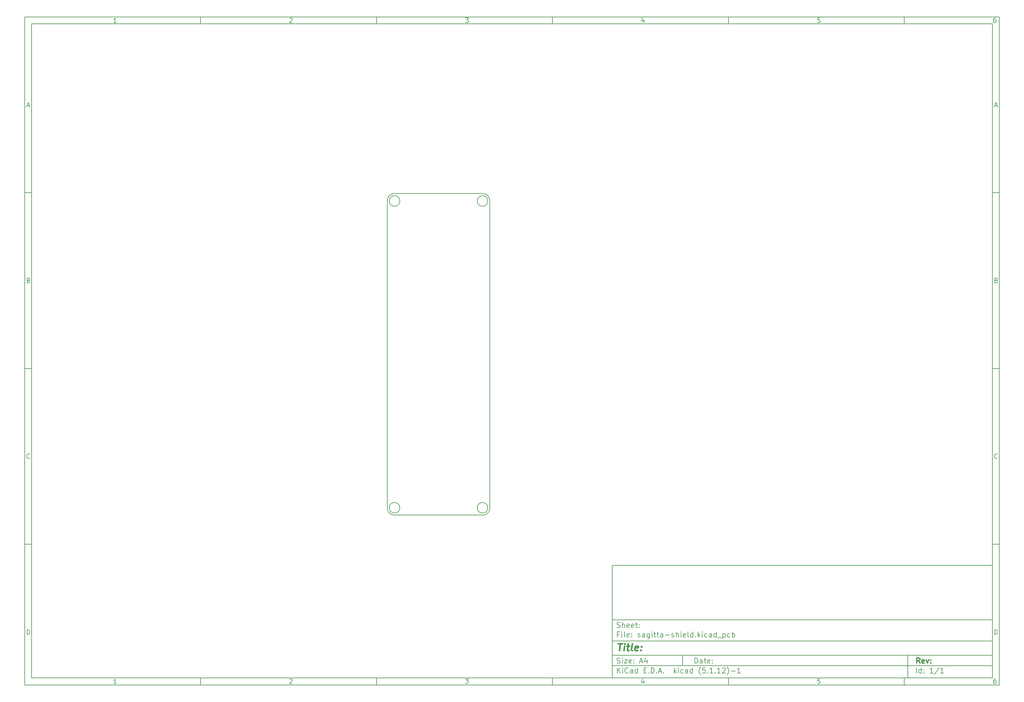
<source format=gbr>
G04 #@! TF.GenerationSoftware,KiCad,Pcbnew,(5.1.12)-1*
G04 #@! TF.CreationDate,2021-12-15T05:31:51+03:00*
G04 #@! TF.ProjectId,sagitta-shield,73616769-7474-4612-9d73-6869656c642e,rev?*
G04 #@! TF.SameCoordinates,Original*
G04 #@! TF.FileFunction,Other,User*
%FSLAX46Y46*%
G04 Gerber Fmt 4.6, Leading zero omitted, Abs format (unit mm)*
G04 Created by KiCad (PCBNEW (5.1.12)-1) date 2021-12-15 05:31:51*
%MOMM*%
%LPD*%
G01*
G04 APERTURE LIST*
%ADD10C,0.100000*%
%ADD11C,0.150000*%
%ADD12C,0.300000*%
%ADD13C,0.400000*%
%ADD14C,0.200000*%
G04 APERTURE END LIST*
D10*
D11*
X177002200Y-166007200D02*
X177002200Y-198007200D01*
X285002200Y-198007200D01*
X285002200Y-166007200D01*
X177002200Y-166007200D01*
D10*
D11*
X10000000Y-10000000D02*
X10000000Y-200007200D01*
X287002200Y-200007200D01*
X287002200Y-10000000D01*
X10000000Y-10000000D01*
D10*
D11*
X12000000Y-12000000D02*
X12000000Y-198007200D01*
X285002200Y-198007200D01*
X285002200Y-12000000D01*
X12000000Y-12000000D01*
D10*
D11*
X60000000Y-12000000D02*
X60000000Y-10000000D01*
D10*
D11*
X110000000Y-12000000D02*
X110000000Y-10000000D01*
D10*
D11*
X160000000Y-12000000D02*
X160000000Y-10000000D01*
D10*
D11*
X210000000Y-12000000D02*
X210000000Y-10000000D01*
D10*
D11*
X260000000Y-12000000D02*
X260000000Y-10000000D01*
D10*
D11*
X36065476Y-11588095D02*
X35322619Y-11588095D01*
X35694047Y-11588095D02*
X35694047Y-10288095D01*
X35570238Y-10473809D01*
X35446428Y-10597619D01*
X35322619Y-10659523D01*
D10*
D11*
X85322619Y-10411904D02*
X85384523Y-10350000D01*
X85508333Y-10288095D01*
X85817857Y-10288095D01*
X85941666Y-10350000D01*
X86003571Y-10411904D01*
X86065476Y-10535714D01*
X86065476Y-10659523D01*
X86003571Y-10845238D01*
X85260714Y-11588095D01*
X86065476Y-11588095D01*
D10*
D11*
X135260714Y-10288095D02*
X136065476Y-10288095D01*
X135632142Y-10783333D01*
X135817857Y-10783333D01*
X135941666Y-10845238D01*
X136003571Y-10907142D01*
X136065476Y-11030952D01*
X136065476Y-11340476D01*
X136003571Y-11464285D01*
X135941666Y-11526190D01*
X135817857Y-11588095D01*
X135446428Y-11588095D01*
X135322619Y-11526190D01*
X135260714Y-11464285D01*
D10*
D11*
X185941666Y-10721428D02*
X185941666Y-11588095D01*
X185632142Y-10226190D02*
X185322619Y-11154761D01*
X186127380Y-11154761D01*
D10*
D11*
X236003571Y-10288095D02*
X235384523Y-10288095D01*
X235322619Y-10907142D01*
X235384523Y-10845238D01*
X235508333Y-10783333D01*
X235817857Y-10783333D01*
X235941666Y-10845238D01*
X236003571Y-10907142D01*
X236065476Y-11030952D01*
X236065476Y-11340476D01*
X236003571Y-11464285D01*
X235941666Y-11526190D01*
X235817857Y-11588095D01*
X235508333Y-11588095D01*
X235384523Y-11526190D01*
X235322619Y-11464285D01*
D10*
D11*
X285941666Y-10288095D02*
X285694047Y-10288095D01*
X285570238Y-10350000D01*
X285508333Y-10411904D01*
X285384523Y-10597619D01*
X285322619Y-10845238D01*
X285322619Y-11340476D01*
X285384523Y-11464285D01*
X285446428Y-11526190D01*
X285570238Y-11588095D01*
X285817857Y-11588095D01*
X285941666Y-11526190D01*
X286003571Y-11464285D01*
X286065476Y-11340476D01*
X286065476Y-11030952D01*
X286003571Y-10907142D01*
X285941666Y-10845238D01*
X285817857Y-10783333D01*
X285570238Y-10783333D01*
X285446428Y-10845238D01*
X285384523Y-10907142D01*
X285322619Y-11030952D01*
D10*
D11*
X60000000Y-198007200D02*
X60000000Y-200007200D01*
D10*
D11*
X110000000Y-198007200D02*
X110000000Y-200007200D01*
D10*
D11*
X160000000Y-198007200D02*
X160000000Y-200007200D01*
D10*
D11*
X210000000Y-198007200D02*
X210000000Y-200007200D01*
D10*
D11*
X260000000Y-198007200D02*
X260000000Y-200007200D01*
D10*
D11*
X36065476Y-199595295D02*
X35322619Y-199595295D01*
X35694047Y-199595295D02*
X35694047Y-198295295D01*
X35570238Y-198481009D01*
X35446428Y-198604819D01*
X35322619Y-198666723D01*
D10*
D11*
X85322619Y-198419104D02*
X85384523Y-198357200D01*
X85508333Y-198295295D01*
X85817857Y-198295295D01*
X85941666Y-198357200D01*
X86003571Y-198419104D01*
X86065476Y-198542914D01*
X86065476Y-198666723D01*
X86003571Y-198852438D01*
X85260714Y-199595295D01*
X86065476Y-199595295D01*
D10*
D11*
X135260714Y-198295295D02*
X136065476Y-198295295D01*
X135632142Y-198790533D01*
X135817857Y-198790533D01*
X135941666Y-198852438D01*
X136003571Y-198914342D01*
X136065476Y-199038152D01*
X136065476Y-199347676D01*
X136003571Y-199471485D01*
X135941666Y-199533390D01*
X135817857Y-199595295D01*
X135446428Y-199595295D01*
X135322619Y-199533390D01*
X135260714Y-199471485D01*
D10*
D11*
X185941666Y-198728628D02*
X185941666Y-199595295D01*
X185632142Y-198233390D02*
X185322619Y-199161961D01*
X186127380Y-199161961D01*
D10*
D11*
X236003571Y-198295295D02*
X235384523Y-198295295D01*
X235322619Y-198914342D01*
X235384523Y-198852438D01*
X235508333Y-198790533D01*
X235817857Y-198790533D01*
X235941666Y-198852438D01*
X236003571Y-198914342D01*
X236065476Y-199038152D01*
X236065476Y-199347676D01*
X236003571Y-199471485D01*
X235941666Y-199533390D01*
X235817857Y-199595295D01*
X235508333Y-199595295D01*
X235384523Y-199533390D01*
X235322619Y-199471485D01*
D10*
D11*
X285941666Y-198295295D02*
X285694047Y-198295295D01*
X285570238Y-198357200D01*
X285508333Y-198419104D01*
X285384523Y-198604819D01*
X285322619Y-198852438D01*
X285322619Y-199347676D01*
X285384523Y-199471485D01*
X285446428Y-199533390D01*
X285570238Y-199595295D01*
X285817857Y-199595295D01*
X285941666Y-199533390D01*
X286003571Y-199471485D01*
X286065476Y-199347676D01*
X286065476Y-199038152D01*
X286003571Y-198914342D01*
X285941666Y-198852438D01*
X285817857Y-198790533D01*
X285570238Y-198790533D01*
X285446428Y-198852438D01*
X285384523Y-198914342D01*
X285322619Y-199038152D01*
D10*
D11*
X10000000Y-60000000D02*
X12000000Y-60000000D01*
D10*
D11*
X10000000Y-110000000D02*
X12000000Y-110000000D01*
D10*
D11*
X10000000Y-160000000D02*
X12000000Y-160000000D01*
D10*
D11*
X10690476Y-35216666D02*
X11309523Y-35216666D01*
X10566666Y-35588095D02*
X11000000Y-34288095D01*
X11433333Y-35588095D01*
D10*
D11*
X11092857Y-84907142D02*
X11278571Y-84969047D01*
X11340476Y-85030952D01*
X11402380Y-85154761D01*
X11402380Y-85340476D01*
X11340476Y-85464285D01*
X11278571Y-85526190D01*
X11154761Y-85588095D01*
X10659523Y-85588095D01*
X10659523Y-84288095D01*
X11092857Y-84288095D01*
X11216666Y-84350000D01*
X11278571Y-84411904D01*
X11340476Y-84535714D01*
X11340476Y-84659523D01*
X11278571Y-84783333D01*
X11216666Y-84845238D01*
X11092857Y-84907142D01*
X10659523Y-84907142D01*
D10*
D11*
X11402380Y-135464285D02*
X11340476Y-135526190D01*
X11154761Y-135588095D01*
X11030952Y-135588095D01*
X10845238Y-135526190D01*
X10721428Y-135402380D01*
X10659523Y-135278571D01*
X10597619Y-135030952D01*
X10597619Y-134845238D01*
X10659523Y-134597619D01*
X10721428Y-134473809D01*
X10845238Y-134350000D01*
X11030952Y-134288095D01*
X11154761Y-134288095D01*
X11340476Y-134350000D01*
X11402380Y-134411904D01*
D10*
D11*
X10659523Y-185588095D02*
X10659523Y-184288095D01*
X10969047Y-184288095D01*
X11154761Y-184350000D01*
X11278571Y-184473809D01*
X11340476Y-184597619D01*
X11402380Y-184845238D01*
X11402380Y-185030952D01*
X11340476Y-185278571D01*
X11278571Y-185402380D01*
X11154761Y-185526190D01*
X10969047Y-185588095D01*
X10659523Y-185588095D01*
D10*
D11*
X287002200Y-60000000D02*
X285002200Y-60000000D01*
D10*
D11*
X287002200Y-110000000D02*
X285002200Y-110000000D01*
D10*
D11*
X287002200Y-160000000D02*
X285002200Y-160000000D01*
D10*
D11*
X285692676Y-35216666D02*
X286311723Y-35216666D01*
X285568866Y-35588095D02*
X286002200Y-34288095D01*
X286435533Y-35588095D01*
D10*
D11*
X286095057Y-84907142D02*
X286280771Y-84969047D01*
X286342676Y-85030952D01*
X286404580Y-85154761D01*
X286404580Y-85340476D01*
X286342676Y-85464285D01*
X286280771Y-85526190D01*
X286156961Y-85588095D01*
X285661723Y-85588095D01*
X285661723Y-84288095D01*
X286095057Y-84288095D01*
X286218866Y-84350000D01*
X286280771Y-84411904D01*
X286342676Y-84535714D01*
X286342676Y-84659523D01*
X286280771Y-84783333D01*
X286218866Y-84845238D01*
X286095057Y-84907142D01*
X285661723Y-84907142D01*
D10*
D11*
X286404580Y-135464285D02*
X286342676Y-135526190D01*
X286156961Y-135588095D01*
X286033152Y-135588095D01*
X285847438Y-135526190D01*
X285723628Y-135402380D01*
X285661723Y-135278571D01*
X285599819Y-135030952D01*
X285599819Y-134845238D01*
X285661723Y-134597619D01*
X285723628Y-134473809D01*
X285847438Y-134350000D01*
X286033152Y-134288095D01*
X286156961Y-134288095D01*
X286342676Y-134350000D01*
X286404580Y-134411904D01*
D10*
D11*
X285661723Y-185588095D02*
X285661723Y-184288095D01*
X285971247Y-184288095D01*
X286156961Y-184350000D01*
X286280771Y-184473809D01*
X286342676Y-184597619D01*
X286404580Y-184845238D01*
X286404580Y-185030952D01*
X286342676Y-185278571D01*
X286280771Y-185402380D01*
X286156961Y-185526190D01*
X285971247Y-185588095D01*
X285661723Y-185588095D01*
D10*
D11*
X200434342Y-193785771D02*
X200434342Y-192285771D01*
X200791485Y-192285771D01*
X201005771Y-192357200D01*
X201148628Y-192500057D01*
X201220057Y-192642914D01*
X201291485Y-192928628D01*
X201291485Y-193142914D01*
X201220057Y-193428628D01*
X201148628Y-193571485D01*
X201005771Y-193714342D01*
X200791485Y-193785771D01*
X200434342Y-193785771D01*
X202577200Y-193785771D02*
X202577200Y-193000057D01*
X202505771Y-192857200D01*
X202362914Y-192785771D01*
X202077200Y-192785771D01*
X201934342Y-192857200D01*
X202577200Y-193714342D02*
X202434342Y-193785771D01*
X202077200Y-193785771D01*
X201934342Y-193714342D01*
X201862914Y-193571485D01*
X201862914Y-193428628D01*
X201934342Y-193285771D01*
X202077200Y-193214342D01*
X202434342Y-193214342D01*
X202577200Y-193142914D01*
X203077200Y-192785771D02*
X203648628Y-192785771D01*
X203291485Y-192285771D02*
X203291485Y-193571485D01*
X203362914Y-193714342D01*
X203505771Y-193785771D01*
X203648628Y-193785771D01*
X204720057Y-193714342D02*
X204577200Y-193785771D01*
X204291485Y-193785771D01*
X204148628Y-193714342D01*
X204077200Y-193571485D01*
X204077200Y-193000057D01*
X204148628Y-192857200D01*
X204291485Y-192785771D01*
X204577200Y-192785771D01*
X204720057Y-192857200D01*
X204791485Y-193000057D01*
X204791485Y-193142914D01*
X204077200Y-193285771D01*
X205434342Y-193642914D02*
X205505771Y-193714342D01*
X205434342Y-193785771D01*
X205362914Y-193714342D01*
X205434342Y-193642914D01*
X205434342Y-193785771D01*
X205434342Y-192857200D02*
X205505771Y-192928628D01*
X205434342Y-193000057D01*
X205362914Y-192928628D01*
X205434342Y-192857200D01*
X205434342Y-193000057D01*
D10*
D11*
X177002200Y-194507200D02*
X285002200Y-194507200D01*
D10*
D11*
X178434342Y-196585771D02*
X178434342Y-195085771D01*
X179291485Y-196585771D02*
X178648628Y-195728628D01*
X179291485Y-195085771D02*
X178434342Y-195942914D01*
X179934342Y-196585771D02*
X179934342Y-195585771D01*
X179934342Y-195085771D02*
X179862914Y-195157200D01*
X179934342Y-195228628D01*
X180005771Y-195157200D01*
X179934342Y-195085771D01*
X179934342Y-195228628D01*
X181505771Y-196442914D02*
X181434342Y-196514342D01*
X181220057Y-196585771D01*
X181077200Y-196585771D01*
X180862914Y-196514342D01*
X180720057Y-196371485D01*
X180648628Y-196228628D01*
X180577200Y-195942914D01*
X180577200Y-195728628D01*
X180648628Y-195442914D01*
X180720057Y-195300057D01*
X180862914Y-195157200D01*
X181077200Y-195085771D01*
X181220057Y-195085771D01*
X181434342Y-195157200D01*
X181505771Y-195228628D01*
X182791485Y-196585771D02*
X182791485Y-195800057D01*
X182720057Y-195657200D01*
X182577200Y-195585771D01*
X182291485Y-195585771D01*
X182148628Y-195657200D01*
X182791485Y-196514342D02*
X182648628Y-196585771D01*
X182291485Y-196585771D01*
X182148628Y-196514342D01*
X182077200Y-196371485D01*
X182077200Y-196228628D01*
X182148628Y-196085771D01*
X182291485Y-196014342D01*
X182648628Y-196014342D01*
X182791485Y-195942914D01*
X184148628Y-196585771D02*
X184148628Y-195085771D01*
X184148628Y-196514342D02*
X184005771Y-196585771D01*
X183720057Y-196585771D01*
X183577200Y-196514342D01*
X183505771Y-196442914D01*
X183434342Y-196300057D01*
X183434342Y-195871485D01*
X183505771Y-195728628D01*
X183577200Y-195657200D01*
X183720057Y-195585771D01*
X184005771Y-195585771D01*
X184148628Y-195657200D01*
X186005771Y-195800057D02*
X186505771Y-195800057D01*
X186720057Y-196585771D02*
X186005771Y-196585771D01*
X186005771Y-195085771D01*
X186720057Y-195085771D01*
X187362914Y-196442914D02*
X187434342Y-196514342D01*
X187362914Y-196585771D01*
X187291485Y-196514342D01*
X187362914Y-196442914D01*
X187362914Y-196585771D01*
X188077200Y-196585771D02*
X188077200Y-195085771D01*
X188434342Y-195085771D01*
X188648628Y-195157200D01*
X188791485Y-195300057D01*
X188862914Y-195442914D01*
X188934342Y-195728628D01*
X188934342Y-195942914D01*
X188862914Y-196228628D01*
X188791485Y-196371485D01*
X188648628Y-196514342D01*
X188434342Y-196585771D01*
X188077200Y-196585771D01*
X189577200Y-196442914D02*
X189648628Y-196514342D01*
X189577200Y-196585771D01*
X189505771Y-196514342D01*
X189577200Y-196442914D01*
X189577200Y-196585771D01*
X190220057Y-196157200D02*
X190934342Y-196157200D01*
X190077200Y-196585771D02*
X190577200Y-195085771D01*
X191077200Y-196585771D01*
X191577200Y-196442914D02*
X191648628Y-196514342D01*
X191577200Y-196585771D01*
X191505771Y-196514342D01*
X191577200Y-196442914D01*
X191577200Y-196585771D01*
X194577200Y-196585771D02*
X194577200Y-195085771D01*
X194720057Y-196014342D02*
X195148628Y-196585771D01*
X195148628Y-195585771D02*
X194577200Y-196157200D01*
X195791485Y-196585771D02*
X195791485Y-195585771D01*
X195791485Y-195085771D02*
X195720057Y-195157200D01*
X195791485Y-195228628D01*
X195862914Y-195157200D01*
X195791485Y-195085771D01*
X195791485Y-195228628D01*
X197148628Y-196514342D02*
X197005771Y-196585771D01*
X196720057Y-196585771D01*
X196577200Y-196514342D01*
X196505771Y-196442914D01*
X196434342Y-196300057D01*
X196434342Y-195871485D01*
X196505771Y-195728628D01*
X196577200Y-195657200D01*
X196720057Y-195585771D01*
X197005771Y-195585771D01*
X197148628Y-195657200D01*
X198434342Y-196585771D02*
X198434342Y-195800057D01*
X198362914Y-195657200D01*
X198220057Y-195585771D01*
X197934342Y-195585771D01*
X197791485Y-195657200D01*
X198434342Y-196514342D02*
X198291485Y-196585771D01*
X197934342Y-196585771D01*
X197791485Y-196514342D01*
X197720057Y-196371485D01*
X197720057Y-196228628D01*
X197791485Y-196085771D01*
X197934342Y-196014342D01*
X198291485Y-196014342D01*
X198434342Y-195942914D01*
X199791485Y-196585771D02*
X199791485Y-195085771D01*
X199791485Y-196514342D02*
X199648628Y-196585771D01*
X199362914Y-196585771D01*
X199220057Y-196514342D01*
X199148628Y-196442914D01*
X199077200Y-196300057D01*
X199077200Y-195871485D01*
X199148628Y-195728628D01*
X199220057Y-195657200D01*
X199362914Y-195585771D01*
X199648628Y-195585771D01*
X199791485Y-195657200D01*
X202077200Y-197157200D02*
X202005771Y-197085771D01*
X201862914Y-196871485D01*
X201791485Y-196728628D01*
X201720057Y-196514342D01*
X201648628Y-196157200D01*
X201648628Y-195871485D01*
X201720057Y-195514342D01*
X201791485Y-195300057D01*
X201862914Y-195157200D01*
X202005771Y-194942914D01*
X202077200Y-194871485D01*
X203362914Y-195085771D02*
X202648628Y-195085771D01*
X202577200Y-195800057D01*
X202648628Y-195728628D01*
X202791485Y-195657200D01*
X203148628Y-195657200D01*
X203291485Y-195728628D01*
X203362914Y-195800057D01*
X203434342Y-195942914D01*
X203434342Y-196300057D01*
X203362914Y-196442914D01*
X203291485Y-196514342D01*
X203148628Y-196585771D01*
X202791485Y-196585771D01*
X202648628Y-196514342D01*
X202577200Y-196442914D01*
X204077200Y-196442914D02*
X204148628Y-196514342D01*
X204077200Y-196585771D01*
X204005771Y-196514342D01*
X204077200Y-196442914D01*
X204077200Y-196585771D01*
X205577200Y-196585771D02*
X204720057Y-196585771D01*
X205148628Y-196585771D02*
X205148628Y-195085771D01*
X205005771Y-195300057D01*
X204862914Y-195442914D01*
X204720057Y-195514342D01*
X206220057Y-196442914D02*
X206291485Y-196514342D01*
X206220057Y-196585771D01*
X206148628Y-196514342D01*
X206220057Y-196442914D01*
X206220057Y-196585771D01*
X207720057Y-196585771D02*
X206862914Y-196585771D01*
X207291485Y-196585771D02*
X207291485Y-195085771D01*
X207148628Y-195300057D01*
X207005771Y-195442914D01*
X206862914Y-195514342D01*
X208291485Y-195228628D02*
X208362914Y-195157200D01*
X208505771Y-195085771D01*
X208862914Y-195085771D01*
X209005771Y-195157200D01*
X209077200Y-195228628D01*
X209148628Y-195371485D01*
X209148628Y-195514342D01*
X209077200Y-195728628D01*
X208220057Y-196585771D01*
X209148628Y-196585771D01*
X209648628Y-197157200D02*
X209720057Y-197085771D01*
X209862914Y-196871485D01*
X209934342Y-196728628D01*
X210005771Y-196514342D01*
X210077200Y-196157200D01*
X210077200Y-195871485D01*
X210005771Y-195514342D01*
X209934342Y-195300057D01*
X209862914Y-195157200D01*
X209720057Y-194942914D01*
X209648628Y-194871485D01*
X210791485Y-196014342D02*
X211934342Y-196014342D01*
X213434342Y-196585771D02*
X212577200Y-196585771D01*
X213005771Y-196585771D02*
X213005771Y-195085771D01*
X212862914Y-195300057D01*
X212720057Y-195442914D01*
X212577200Y-195514342D01*
D10*
D11*
X177002200Y-191507200D02*
X285002200Y-191507200D01*
D10*
D12*
X264411485Y-193785771D02*
X263911485Y-193071485D01*
X263554342Y-193785771D02*
X263554342Y-192285771D01*
X264125771Y-192285771D01*
X264268628Y-192357200D01*
X264340057Y-192428628D01*
X264411485Y-192571485D01*
X264411485Y-192785771D01*
X264340057Y-192928628D01*
X264268628Y-193000057D01*
X264125771Y-193071485D01*
X263554342Y-193071485D01*
X265625771Y-193714342D02*
X265482914Y-193785771D01*
X265197200Y-193785771D01*
X265054342Y-193714342D01*
X264982914Y-193571485D01*
X264982914Y-193000057D01*
X265054342Y-192857200D01*
X265197200Y-192785771D01*
X265482914Y-192785771D01*
X265625771Y-192857200D01*
X265697200Y-193000057D01*
X265697200Y-193142914D01*
X264982914Y-193285771D01*
X266197200Y-192785771D02*
X266554342Y-193785771D01*
X266911485Y-192785771D01*
X267482914Y-193642914D02*
X267554342Y-193714342D01*
X267482914Y-193785771D01*
X267411485Y-193714342D01*
X267482914Y-193642914D01*
X267482914Y-193785771D01*
X267482914Y-192857200D02*
X267554342Y-192928628D01*
X267482914Y-193000057D01*
X267411485Y-192928628D01*
X267482914Y-192857200D01*
X267482914Y-193000057D01*
D10*
D11*
X178362914Y-193714342D02*
X178577200Y-193785771D01*
X178934342Y-193785771D01*
X179077200Y-193714342D01*
X179148628Y-193642914D01*
X179220057Y-193500057D01*
X179220057Y-193357200D01*
X179148628Y-193214342D01*
X179077200Y-193142914D01*
X178934342Y-193071485D01*
X178648628Y-193000057D01*
X178505771Y-192928628D01*
X178434342Y-192857200D01*
X178362914Y-192714342D01*
X178362914Y-192571485D01*
X178434342Y-192428628D01*
X178505771Y-192357200D01*
X178648628Y-192285771D01*
X179005771Y-192285771D01*
X179220057Y-192357200D01*
X179862914Y-193785771D02*
X179862914Y-192785771D01*
X179862914Y-192285771D02*
X179791485Y-192357200D01*
X179862914Y-192428628D01*
X179934342Y-192357200D01*
X179862914Y-192285771D01*
X179862914Y-192428628D01*
X180434342Y-192785771D02*
X181220057Y-192785771D01*
X180434342Y-193785771D01*
X181220057Y-193785771D01*
X182362914Y-193714342D02*
X182220057Y-193785771D01*
X181934342Y-193785771D01*
X181791485Y-193714342D01*
X181720057Y-193571485D01*
X181720057Y-193000057D01*
X181791485Y-192857200D01*
X181934342Y-192785771D01*
X182220057Y-192785771D01*
X182362914Y-192857200D01*
X182434342Y-193000057D01*
X182434342Y-193142914D01*
X181720057Y-193285771D01*
X183077200Y-193642914D02*
X183148628Y-193714342D01*
X183077200Y-193785771D01*
X183005771Y-193714342D01*
X183077200Y-193642914D01*
X183077200Y-193785771D01*
X183077200Y-192857200D02*
X183148628Y-192928628D01*
X183077200Y-193000057D01*
X183005771Y-192928628D01*
X183077200Y-192857200D01*
X183077200Y-193000057D01*
X184862914Y-193357200D02*
X185577200Y-193357200D01*
X184720057Y-193785771D02*
X185220057Y-192285771D01*
X185720057Y-193785771D01*
X186862914Y-192785771D02*
X186862914Y-193785771D01*
X186505771Y-192214342D02*
X186148628Y-193285771D01*
X187077200Y-193285771D01*
D10*
D11*
X263434342Y-196585771D02*
X263434342Y-195085771D01*
X264791485Y-196585771D02*
X264791485Y-195085771D01*
X264791485Y-196514342D02*
X264648628Y-196585771D01*
X264362914Y-196585771D01*
X264220057Y-196514342D01*
X264148628Y-196442914D01*
X264077200Y-196300057D01*
X264077200Y-195871485D01*
X264148628Y-195728628D01*
X264220057Y-195657200D01*
X264362914Y-195585771D01*
X264648628Y-195585771D01*
X264791485Y-195657200D01*
X265505771Y-196442914D02*
X265577200Y-196514342D01*
X265505771Y-196585771D01*
X265434342Y-196514342D01*
X265505771Y-196442914D01*
X265505771Y-196585771D01*
X265505771Y-195657200D02*
X265577200Y-195728628D01*
X265505771Y-195800057D01*
X265434342Y-195728628D01*
X265505771Y-195657200D01*
X265505771Y-195800057D01*
X268148628Y-196585771D02*
X267291485Y-196585771D01*
X267720057Y-196585771D02*
X267720057Y-195085771D01*
X267577200Y-195300057D01*
X267434342Y-195442914D01*
X267291485Y-195514342D01*
X269862914Y-195014342D02*
X268577200Y-196942914D01*
X271148628Y-196585771D02*
X270291485Y-196585771D01*
X270720057Y-196585771D02*
X270720057Y-195085771D01*
X270577200Y-195300057D01*
X270434342Y-195442914D01*
X270291485Y-195514342D01*
D10*
D11*
X177002200Y-187507200D02*
X285002200Y-187507200D01*
D10*
D13*
X178714580Y-188211961D02*
X179857438Y-188211961D01*
X179036009Y-190211961D02*
X179286009Y-188211961D01*
X180274104Y-190211961D02*
X180440771Y-188878628D01*
X180524104Y-188211961D02*
X180416961Y-188307200D01*
X180500295Y-188402438D01*
X180607438Y-188307200D01*
X180524104Y-188211961D01*
X180500295Y-188402438D01*
X181107438Y-188878628D02*
X181869342Y-188878628D01*
X181476485Y-188211961D02*
X181262200Y-189926247D01*
X181333628Y-190116723D01*
X181512200Y-190211961D01*
X181702676Y-190211961D01*
X182655057Y-190211961D02*
X182476485Y-190116723D01*
X182405057Y-189926247D01*
X182619342Y-188211961D01*
X184190771Y-190116723D02*
X183988390Y-190211961D01*
X183607438Y-190211961D01*
X183428866Y-190116723D01*
X183357438Y-189926247D01*
X183452676Y-189164342D01*
X183571723Y-188973866D01*
X183774104Y-188878628D01*
X184155057Y-188878628D01*
X184333628Y-188973866D01*
X184405057Y-189164342D01*
X184381247Y-189354819D01*
X183405057Y-189545295D01*
X185155057Y-190021485D02*
X185238390Y-190116723D01*
X185131247Y-190211961D01*
X185047914Y-190116723D01*
X185155057Y-190021485D01*
X185131247Y-190211961D01*
X185286009Y-188973866D02*
X185369342Y-189069104D01*
X185262200Y-189164342D01*
X185178866Y-189069104D01*
X185286009Y-188973866D01*
X185262200Y-189164342D01*
D10*
D11*
X178934342Y-185600057D02*
X178434342Y-185600057D01*
X178434342Y-186385771D02*
X178434342Y-184885771D01*
X179148628Y-184885771D01*
X179720057Y-186385771D02*
X179720057Y-185385771D01*
X179720057Y-184885771D02*
X179648628Y-184957200D01*
X179720057Y-185028628D01*
X179791485Y-184957200D01*
X179720057Y-184885771D01*
X179720057Y-185028628D01*
X180648628Y-186385771D02*
X180505771Y-186314342D01*
X180434342Y-186171485D01*
X180434342Y-184885771D01*
X181791485Y-186314342D02*
X181648628Y-186385771D01*
X181362914Y-186385771D01*
X181220057Y-186314342D01*
X181148628Y-186171485D01*
X181148628Y-185600057D01*
X181220057Y-185457200D01*
X181362914Y-185385771D01*
X181648628Y-185385771D01*
X181791485Y-185457200D01*
X181862914Y-185600057D01*
X181862914Y-185742914D01*
X181148628Y-185885771D01*
X182505771Y-186242914D02*
X182577200Y-186314342D01*
X182505771Y-186385771D01*
X182434342Y-186314342D01*
X182505771Y-186242914D01*
X182505771Y-186385771D01*
X182505771Y-185457200D02*
X182577200Y-185528628D01*
X182505771Y-185600057D01*
X182434342Y-185528628D01*
X182505771Y-185457200D01*
X182505771Y-185600057D01*
X184291485Y-186314342D02*
X184434342Y-186385771D01*
X184720057Y-186385771D01*
X184862914Y-186314342D01*
X184934342Y-186171485D01*
X184934342Y-186100057D01*
X184862914Y-185957200D01*
X184720057Y-185885771D01*
X184505771Y-185885771D01*
X184362914Y-185814342D01*
X184291485Y-185671485D01*
X184291485Y-185600057D01*
X184362914Y-185457200D01*
X184505771Y-185385771D01*
X184720057Y-185385771D01*
X184862914Y-185457200D01*
X186220057Y-186385771D02*
X186220057Y-185600057D01*
X186148628Y-185457200D01*
X186005771Y-185385771D01*
X185720057Y-185385771D01*
X185577200Y-185457200D01*
X186220057Y-186314342D02*
X186077200Y-186385771D01*
X185720057Y-186385771D01*
X185577200Y-186314342D01*
X185505771Y-186171485D01*
X185505771Y-186028628D01*
X185577200Y-185885771D01*
X185720057Y-185814342D01*
X186077200Y-185814342D01*
X186220057Y-185742914D01*
X187577200Y-185385771D02*
X187577200Y-186600057D01*
X187505771Y-186742914D01*
X187434342Y-186814342D01*
X187291485Y-186885771D01*
X187077200Y-186885771D01*
X186934342Y-186814342D01*
X187577200Y-186314342D02*
X187434342Y-186385771D01*
X187148628Y-186385771D01*
X187005771Y-186314342D01*
X186934342Y-186242914D01*
X186862914Y-186100057D01*
X186862914Y-185671485D01*
X186934342Y-185528628D01*
X187005771Y-185457200D01*
X187148628Y-185385771D01*
X187434342Y-185385771D01*
X187577200Y-185457200D01*
X188291485Y-186385771D02*
X188291485Y-185385771D01*
X188291485Y-184885771D02*
X188220057Y-184957200D01*
X188291485Y-185028628D01*
X188362914Y-184957200D01*
X188291485Y-184885771D01*
X188291485Y-185028628D01*
X188791485Y-185385771D02*
X189362914Y-185385771D01*
X189005771Y-184885771D02*
X189005771Y-186171485D01*
X189077200Y-186314342D01*
X189220057Y-186385771D01*
X189362914Y-186385771D01*
X189648628Y-185385771D02*
X190220057Y-185385771D01*
X189862914Y-184885771D02*
X189862914Y-186171485D01*
X189934342Y-186314342D01*
X190077200Y-186385771D01*
X190220057Y-186385771D01*
X191362914Y-186385771D02*
X191362914Y-185600057D01*
X191291485Y-185457200D01*
X191148628Y-185385771D01*
X190862914Y-185385771D01*
X190720057Y-185457200D01*
X191362914Y-186314342D02*
X191220057Y-186385771D01*
X190862914Y-186385771D01*
X190720057Y-186314342D01*
X190648628Y-186171485D01*
X190648628Y-186028628D01*
X190720057Y-185885771D01*
X190862914Y-185814342D01*
X191220057Y-185814342D01*
X191362914Y-185742914D01*
X192077200Y-185814342D02*
X193220057Y-185814342D01*
X193862914Y-186314342D02*
X194005771Y-186385771D01*
X194291485Y-186385771D01*
X194434342Y-186314342D01*
X194505771Y-186171485D01*
X194505771Y-186100057D01*
X194434342Y-185957200D01*
X194291485Y-185885771D01*
X194077200Y-185885771D01*
X193934342Y-185814342D01*
X193862914Y-185671485D01*
X193862914Y-185600057D01*
X193934342Y-185457200D01*
X194077200Y-185385771D01*
X194291485Y-185385771D01*
X194434342Y-185457200D01*
X195148628Y-186385771D02*
X195148628Y-184885771D01*
X195791485Y-186385771D02*
X195791485Y-185600057D01*
X195720057Y-185457200D01*
X195577200Y-185385771D01*
X195362914Y-185385771D01*
X195220057Y-185457200D01*
X195148628Y-185528628D01*
X196505771Y-186385771D02*
X196505771Y-185385771D01*
X196505771Y-184885771D02*
X196434342Y-184957200D01*
X196505771Y-185028628D01*
X196577200Y-184957200D01*
X196505771Y-184885771D01*
X196505771Y-185028628D01*
X197791485Y-186314342D02*
X197648628Y-186385771D01*
X197362914Y-186385771D01*
X197220057Y-186314342D01*
X197148628Y-186171485D01*
X197148628Y-185600057D01*
X197220057Y-185457200D01*
X197362914Y-185385771D01*
X197648628Y-185385771D01*
X197791485Y-185457200D01*
X197862914Y-185600057D01*
X197862914Y-185742914D01*
X197148628Y-185885771D01*
X198720057Y-186385771D02*
X198577200Y-186314342D01*
X198505771Y-186171485D01*
X198505771Y-184885771D01*
X199934342Y-186385771D02*
X199934342Y-184885771D01*
X199934342Y-186314342D02*
X199791485Y-186385771D01*
X199505771Y-186385771D01*
X199362914Y-186314342D01*
X199291485Y-186242914D01*
X199220057Y-186100057D01*
X199220057Y-185671485D01*
X199291485Y-185528628D01*
X199362914Y-185457200D01*
X199505771Y-185385771D01*
X199791485Y-185385771D01*
X199934342Y-185457200D01*
X200648628Y-186242914D02*
X200720057Y-186314342D01*
X200648628Y-186385771D01*
X200577200Y-186314342D01*
X200648628Y-186242914D01*
X200648628Y-186385771D01*
X201362914Y-186385771D02*
X201362914Y-184885771D01*
X201505771Y-185814342D02*
X201934342Y-186385771D01*
X201934342Y-185385771D02*
X201362914Y-185957200D01*
X202577200Y-186385771D02*
X202577200Y-185385771D01*
X202577200Y-184885771D02*
X202505771Y-184957200D01*
X202577200Y-185028628D01*
X202648628Y-184957200D01*
X202577200Y-184885771D01*
X202577200Y-185028628D01*
X203934342Y-186314342D02*
X203791485Y-186385771D01*
X203505771Y-186385771D01*
X203362914Y-186314342D01*
X203291485Y-186242914D01*
X203220057Y-186100057D01*
X203220057Y-185671485D01*
X203291485Y-185528628D01*
X203362914Y-185457200D01*
X203505771Y-185385771D01*
X203791485Y-185385771D01*
X203934342Y-185457200D01*
X205220057Y-186385771D02*
X205220057Y-185600057D01*
X205148628Y-185457200D01*
X205005771Y-185385771D01*
X204720057Y-185385771D01*
X204577200Y-185457200D01*
X205220057Y-186314342D02*
X205077200Y-186385771D01*
X204720057Y-186385771D01*
X204577200Y-186314342D01*
X204505771Y-186171485D01*
X204505771Y-186028628D01*
X204577200Y-185885771D01*
X204720057Y-185814342D01*
X205077200Y-185814342D01*
X205220057Y-185742914D01*
X206577200Y-186385771D02*
X206577200Y-184885771D01*
X206577200Y-186314342D02*
X206434342Y-186385771D01*
X206148628Y-186385771D01*
X206005771Y-186314342D01*
X205934342Y-186242914D01*
X205862914Y-186100057D01*
X205862914Y-185671485D01*
X205934342Y-185528628D01*
X206005771Y-185457200D01*
X206148628Y-185385771D01*
X206434342Y-185385771D01*
X206577200Y-185457200D01*
X206934342Y-186528628D02*
X208077200Y-186528628D01*
X208434342Y-185385771D02*
X208434342Y-186885771D01*
X208434342Y-185457200D02*
X208577200Y-185385771D01*
X208862914Y-185385771D01*
X209005771Y-185457200D01*
X209077200Y-185528628D01*
X209148628Y-185671485D01*
X209148628Y-186100057D01*
X209077200Y-186242914D01*
X209005771Y-186314342D01*
X208862914Y-186385771D01*
X208577200Y-186385771D01*
X208434342Y-186314342D01*
X210434342Y-186314342D02*
X210291485Y-186385771D01*
X210005771Y-186385771D01*
X209862914Y-186314342D01*
X209791485Y-186242914D01*
X209720057Y-186100057D01*
X209720057Y-185671485D01*
X209791485Y-185528628D01*
X209862914Y-185457200D01*
X210005771Y-185385771D01*
X210291485Y-185385771D01*
X210434342Y-185457200D01*
X211077200Y-186385771D02*
X211077200Y-184885771D01*
X211077200Y-185457200D02*
X211220057Y-185385771D01*
X211505771Y-185385771D01*
X211648628Y-185457200D01*
X211720057Y-185528628D01*
X211791485Y-185671485D01*
X211791485Y-186100057D01*
X211720057Y-186242914D01*
X211648628Y-186314342D01*
X211505771Y-186385771D01*
X211220057Y-186385771D01*
X211077200Y-186314342D01*
D10*
D11*
X177002200Y-181507200D02*
X285002200Y-181507200D01*
D10*
D11*
X178362914Y-183614342D02*
X178577200Y-183685771D01*
X178934342Y-183685771D01*
X179077200Y-183614342D01*
X179148628Y-183542914D01*
X179220057Y-183400057D01*
X179220057Y-183257200D01*
X179148628Y-183114342D01*
X179077200Y-183042914D01*
X178934342Y-182971485D01*
X178648628Y-182900057D01*
X178505771Y-182828628D01*
X178434342Y-182757200D01*
X178362914Y-182614342D01*
X178362914Y-182471485D01*
X178434342Y-182328628D01*
X178505771Y-182257200D01*
X178648628Y-182185771D01*
X179005771Y-182185771D01*
X179220057Y-182257200D01*
X179862914Y-183685771D02*
X179862914Y-182185771D01*
X180505771Y-183685771D02*
X180505771Y-182900057D01*
X180434342Y-182757200D01*
X180291485Y-182685771D01*
X180077200Y-182685771D01*
X179934342Y-182757200D01*
X179862914Y-182828628D01*
X181791485Y-183614342D02*
X181648628Y-183685771D01*
X181362914Y-183685771D01*
X181220057Y-183614342D01*
X181148628Y-183471485D01*
X181148628Y-182900057D01*
X181220057Y-182757200D01*
X181362914Y-182685771D01*
X181648628Y-182685771D01*
X181791485Y-182757200D01*
X181862914Y-182900057D01*
X181862914Y-183042914D01*
X181148628Y-183185771D01*
X183077200Y-183614342D02*
X182934342Y-183685771D01*
X182648628Y-183685771D01*
X182505771Y-183614342D01*
X182434342Y-183471485D01*
X182434342Y-182900057D01*
X182505771Y-182757200D01*
X182648628Y-182685771D01*
X182934342Y-182685771D01*
X183077200Y-182757200D01*
X183148628Y-182900057D01*
X183148628Y-183042914D01*
X182434342Y-183185771D01*
X183577200Y-182685771D02*
X184148628Y-182685771D01*
X183791485Y-182185771D02*
X183791485Y-183471485D01*
X183862914Y-183614342D01*
X184005771Y-183685771D01*
X184148628Y-183685771D01*
X184648628Y-183542914D02*
X184720057Y-183614342D01*
X184648628Y-183685771D01*
X184577200Y-183614342D01*
X184648628Y-183542914D01*
X184648628Y-183685771D01*
X184648628Y-182757200D02*
X184720057Y-182828628D01*
X184648628Y-182900057D01*
X184577200Y-182828628D01*
X184648628Y-182757200D01*
X184648628Y-182900057D01*
D10*
D11*
X197002200Y-191507200D02*
X197002200Y-194507200D01*
D10*
D11*
X261002200Y-191507200D02*
X261002200Y-198007200D01*
D14*
X115048400Y-151694400D02*
G75*
G02*
X113048400Y-149694400I0J2000000D01*
G01*
X113048400Y-62244400D02*
G75*
G02*
X115048400Y-60244400I2000000J0D01*
G01*
X140198400Y-60244400D02*
G75*
G02*
X142198400Y-62244400I0J-2000000D01*
G01*
X142198400Y-149694400D02*
G75*
G02*
X140198400Y-151694400I-2000000J0D01*
G01*
X116623400Y-149594400D02*
G75*
G03*
X116623400Y-149594400I-1500000J0D01*
G01*
X141623400Y-149594400D02*
G75*
G03*
X141623400Y-149594400I-1500000J0D01*
G01*
X141623400Y-62344400D02*
G75*
G03*
X141623400Y-62344400I-1500000J0D01*
G01*
X116623400Y-62344400D02*
G75*
G03*
X116623400Y-62344400I-1500000J0D01*
G01*
X140198400Y-151694400D02*
X115048400Y-151694400D01*
X113048400Y-149694400D02*
X113048400Y-62244400D01*
X115048400Y-60244400D02*
X140198400Y-60244400D01*
X142198400Y-62244400D02*
X142198400Y-149694400D01*
M02*

</source>
